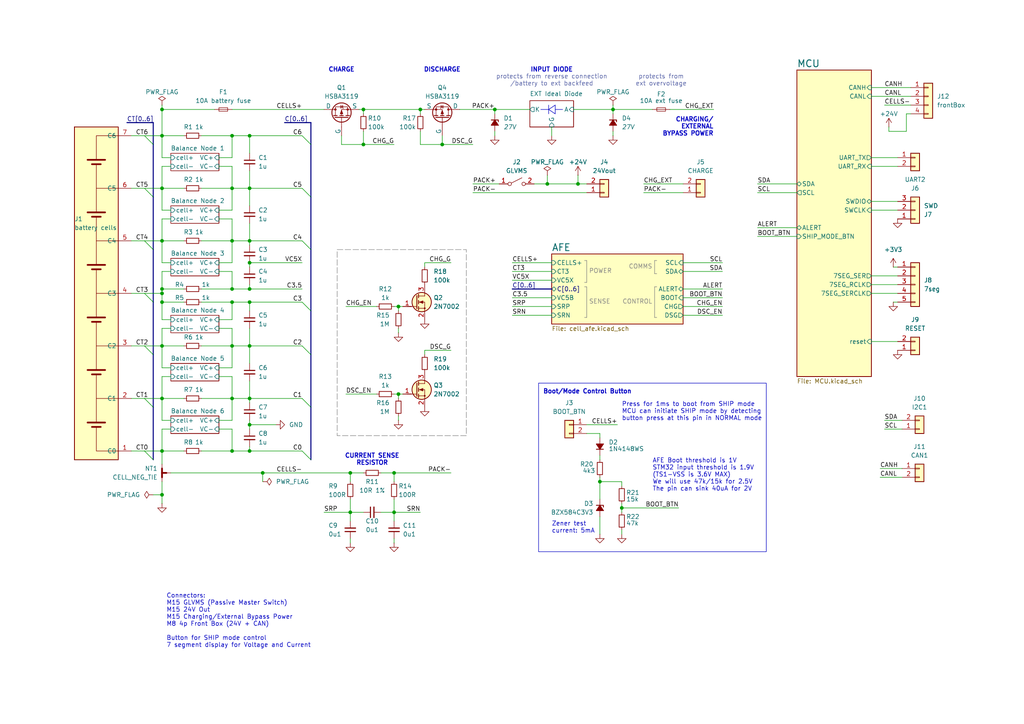
<source format=kicad_sch>
(kicad_sch (version 20231120) (generator "eeschema") (generator_version "8.0")
  (paper "A4")
  (junction (at 46.99 85.09))
  (junction (at 72.39 87.63))
  (junction (at 72.39 54.61))
  (junction (at 180.34 147.32))
  (junction (at 114.3 148.59))
  (junction (at 143.51 31.75))
  (junction (at 67.31 130.81))
  (junction (at 72.39 76.2))
  (junction (at 167.64 53.34))
  (junction (at 76.2 137.16))
  (junction (at 46.99 39.37))
  (junction (at 67.31 100.33))
  (junction (at 173.99 139.7))
  (junction (at 115.57 114.3))
  (junction (at 114.3 137.16))
  (junction (at 72.39 69.85))
  (junction (at 46.99 54.61))
  (junction (at 46.99 83.82))
  (junction (at 46.99 115.57))
  (junction (at 177.8 31.75))
  (junction (at 121.92 31.75))
  (junction (at 67.31 115.57))
  (junction (at 115.57 88.9))
  (junction (at 72.39 100.33))
  (junction (at 72.39 130.81))
  (junction (at 46.99 143.51))
  (junction (at 46.99 130.81))
  (junction (at 67.31 87.63))
  (junction (at 67.31 54.61))
  (junction (at 128.27 41.91))
  (junction (at 67.31 39.37))
  (junction (at 67.31 83.82))
  (junction (at 46.99 69.85))
  (junction (at 72.39 115.57))
  (junction (at 105.41 41.91))
  (junction (at 101.6 137.16))
  (junction (at 46.99 100.33))
  (junction (at 67.31 69.85))
  (junction (at 105.41 31.75))
  (junction (at 158.75 53.34))
  (junction (at 72.39 123.19))
  (junction (at 46.99 31.75))
  (junction (at 101.6 148.59))
  (junction (at 72.39 39.37))
  (junction (at 46.99 87.63))
  (junction (at 72.39 83.82))
  (bus_entry (at 87.63 87.63) (size 2.54 2.54))
  (bus_entry (at 41.91 54.61) (size 2.54 2.54))
  (bus_entry (at 41.91 69.85) (size 2.54 2.54))
  (bus_entry (at 87.63 130.81) (size 2.54 2.54))
  (bus_entry (at 41.91 85.09) (size 2.54 2.54))
  (bus_entry (at 87.63 54.61) (size 2.54 2.54))
  (bus_entry (at 87.63 69.85) (size 2.54 2.54))
  (bus_entry (at 41.91 130.81) (size 2.54 2.54))
  (bus_entry (at 87.63 39.37) (size 2.54 2.54))
  (bus_entry (at 41.91 115.57) (size 2.54 2.54))
  (bus_entry (at 41.91 100.33) (size 2.54 2.54))
  (bus_entry (at 41.91 39.37) (size 2.54 2.54))
  (bus_entry (at 87.63 115.57) (size 2.54 2.54))
  (bus_entry (at 87.63 100.33) (size 2.54 2.54))
  (wire (pts (xy 180.34 140.97) (xy 180.34 139.7)))
  (wire (pts (xy 99.06 39.37) (xy 99.06 41.91)))
  (wire (pts (xy 262.89 33.02) (xy 264.16 33.02)))
  (wire (pts (xy 46.99 31.75) (xy 46.99 39.37)))
  (wire (pts (xy 180.34 153.67) (xy 180.34 154.94)))
  (wire (pts (xy 46.99 115.57) (xy 46.99 121.92)))
  (wire (pts (xy 63.5 60.96) (xy 67.31 60.96)))
  (wire (pts (xy 46.99 143.51) (xy 46.99 146.05)))
  (wire (pts (xy 46.99 76.2) (xy 49.53 76.2)))
  (wire (pts (xy 46.99 31.75) (xy 62.23 31.75)))
  (wire (pts (xy 46.99 39.37) (xy 53.34 39.37)))
  (wire (pts (xy 180.34 146.05) (xy 180.34 147.32)))
  (wire (pts (xy 67.31 31.75) (xy 93.98 31.75)))
  (wire (pts (xy 72.39 49.53) (xy 72.39 54.61)))
  (wire (pts (xy 148.59 76.2) (xy 160.02 76.2)))
  (wire (pts (xy 101.6 144.78) (xy 101.6 148.59)))
  (wire (pts (xy 186.69 55.88) (xy 198.12 55.88)))
  (wire (pts (xy 115.57 90.17) (xy 115.57 88.9)))
  (wire (pts (xy 67.31 109.22) (xy 67.31 115.57)))
  (polyline (pts (xy 161.036 33.02) (xy 159.131 31.75)))
  (wire (pts (xy 257.81 38.1) (xy 262.89 38.1)))
  (wire (pts (xy 72.39 130.81) (xy 67.31 130.81)))
  (wire (pts (xy 148.59 78.74) (xy 160.02 78.74)))
  (bus (pts (xy 44.45 102.87) (xy 44.45 118.11)))
  (wire (pts (xy 76.2 137.16) (xy 101.6 137.16)))
  (wire (pts (xy 252.73 99.06) (xy 260.35 99.06)))
  (wire (pts (xy 72.39 54.61) (xy 72.39 59.69)))
  (wire (pts (xy 38.1 130.81) (xy 41.91 130.81)))
  (wire (pts (xy 46.99 45.72) (xy 49.53 45.72)))
  (wire (pts (xy 72.39 90.17) (xy 72.39 87.63)))
  (wire (pts (xy 177.8 31.75) (xy 177.8 33.02)))
  (wire (pts (xy 46.99 130.81) (xy 46.99 134.62)))
  (wire (pts (xy 123.19 102.87) (xy 123.19 101.6)))
  (wire (pts (xy 46.99 69.85) (xy 53.34 69.85)))
  (wire (pts (xy 41.91 100.33) (xy 46.99 100.33)))
  (wire (pts (xy 194.31 31.75) (xy 207.01 31.75)))
  (wire (pts (xy 38.1 39.37) (xy 41.91 39.37)))
  (wire (pts (xy 41.91 85.09) (xy 46.99 85.09)))
  (wire (pts (xy 105.41 41.91) (xy 99.06 41.91)))
  (wire (pts (xy 46.99 54.61) (xy 46.99 60.96)))
  (wire (pts (xy 158.75 50.8) (xy 158.75 53.34)))
  (wire (pts (xy 46.99 139.7) (xy 46.99 143.51)))
  (wire (pts (xy 72.39 110.49) (xy 72.39 115.57)))
  (bus (pts (xy 148.59 83.82) (xy 160.02 83.82)))
  (wire (pts (xy 105.41 31.75) (xy 105.41 33.02)))
  (wire (pts (xy 167.64 53.34) (xy 170.18 53.34)))
  (wire (pts (xy 121.92 41.91) (xy 128.27 41.91)))
  (polyline (pts (xy 170.18 83.185) (xy 170.18 92.075)) (stroke (width 0) (color 132 132 132 1)))
  (wire (pts (xy 115.57 114.3) (xy 116.84 114.3)))
  (wire (pts (xy 67.31 121.92) (xy 67.31 115.57)))
  (wire (pts (xy 186.69 53.34) (xy 198.12 53.34)))
  (wire (pts (xy 46.99 30.48) (xy 46.99 31.75)))
  (wire (pts (xy 198.12 88.9) (xy 209.55 88.9)))
  (wire (pts (xy 72.39 100.33) (xy 87.63 100.33)))
  (wire (pts (xy 46.99 115.57) (xy 53.34 115.57)))
  (bus (pts (xy 90.17 41.91) (xy 90.17 35.56)))
  (wire (pts (xy 166.37 31.75) (xy 177.8 31.75)))
  (wire (pts (xy 198.12 78.74) (xy 209.55 78.74)))
  (polyline (pts (xy 190.5 92.075) (xy 189.865 92.075)) (stroke (width 0) (color 132 132 132 1)))
  (wire (pts (xy 46.99 63.5) (xy 46.99 69.85)))
  (wire (pts (xy 143.51 38.1) (xy 143.51 39.37)))
  (polyline (pts (xy 190.5 75.565) (xy 189.865 75.565)) (stroke (width 0) (color 132 132 132 1)))
  (wire (pts (xy 46.99 100.33) (xy 53.34 100.33)))
  (wire (pts (xy 72.39 123.19) (xy 72.39 124.46)))
  (wire (pts (xy 252.73 27.94) (xy 264.16 27.94)))
  (wire (pts (xy 110.49 137.16) (xy 114.3 137.16)))
  (wire (pts (xy 46.99 78.74) (xy 46.99 83.82)))
  (wire (pts (xy 252.73 45.72) (xy 260.35 45.72)))
  (wire (pts (xy 180.34 147.32) (xy 180.34 148.59)))
  (wire (pts (xy 72.39 39.37) (xy 87.63 39.37)))
  (wire (pts (xy 63.5 121.92) (xy 67.31 121.92)))
  (wire (pts (xy 72.39 54.61) (xy 67.31 54.61)))
  (wire (pts (xy 219.71 66.04) (xy 231.14 66.04)))
  (polyline (pts (xy 190.5 83.185) (xy 189.865 83.185)) (stroke (width 0) (color 132 132 132 1)))
  (wire (pts (xy 114.3 137.16) (xy 130.81 137.16)))
  (wire (pts (xy 115.57 88.9) (xy 116.84 88.9)))
  (wire (pts (xy 46.99 109.22) (xy 46.99 115.57)))
  (wire (pts (xy 173.99 139.7) (xy 173.99 144.78)))
  (wire (pts (xy 260.35 77.47) (xy 259.08 77.47)))
  (wire (pts (xy 170.18 125.73) (xy 173.99 125.73)))
  (wire (pts (xy 72.39 129.54) (xy 72.39 130.81)))
  (wire (pts (xy 100.33 88.9) (xy 109.22 88.9)))
  (wire (pts (xy 121.92 31.75) (xy 121.92 33.02)))
  (wire (pts (xy 72.39 115.57) (xy 67.31 115.57)))
  (polyline (pts (xy 189.865 83.185) (xy 189.865 92.075)) (stroke (width 0) (color 132 132 132 1)))
  (wire (pts (xy 72.39 39.37) (xy 72.39 44.45)))
  (wire (pts (xy 76.2 139.7) (xy 76.2 137.16)))
  (wire (pts (xy 100.33 114.3) (xy 109.22 114.3)))
  (wire (pts (xy 72.39 71.12) (xy 72.39 69.85)))
  (wire (pts (xy 114.3 148.59) (xy 114.3 151.13)))
  (polyline (pts (xy 189.865 75.565) (xy 189.865 79.375)) (stroke (width 0) (color 132 132 132 1)))
  (wire (pts (xy 115.57 115.57) (xy 115.57 114.3)))
  (polyline (pts (xy 161.036 30.48) (xy 161.036 33.02)))
  (wire (pts (xy 46.99 54.61) (xy 53.34 54.61)))
  (wire (pts (xy 46.99 85.09) (xy 46.99 87.63)))
  (bus (pts (xy 90.17 41.91) (xy 90.17 57.15)))
  (polyline (pts (xy 156.845 31.75) (xy 159.258 31.75)))
  (wire (pts (xy 49.53 63.5) (xy 46.99 63.5)))
  (wire (pts (xy 123.19 101.6) (xy 130.81 101.6)))
  (wire (pts (xy 252.73 48.26) (xy 260.35 48.26)))
  (wire (pts (xy 46.99 83.82) (xy 53.34 83.82)))
  (wire (pts (xy 101.6 137.16) (xy 101.6 139.7)))
  (wire (pts (xy 148.59 86.36) (xy 160.02 86.36)))
  (wire (pts (xy 67.31 124.46) (xy 67.31 130.81)))
  (wire (pts (xy 252.73 25.4) (xy 264.16 25.4)))
  (wire (pts (xy 252.73 58.42) (xy 260.35 58.42)))
  (wire (pts (xy 148.59 81.28) (xy 160.02 81.28)))
  (bus (pts (xy 44.45 57.15) (xy 44.45 72.39)))
  (polyline (pts (xy 169.545 83.185) (xy 170.18 83.185)) (stroke (width 0) (color 132 132 132 1)))
  (wire (pts (xy 177.8 30.48) (xy 177.8 31.75)))
  (wire (pts (xy 256.54 30.48) (xy 264.16 30.48)))
  (wire (pts (xy 198.12 91.44) (xy 209.55 91.44)))
  (wire (pts (xy 219.71 68.58) (xy 231.14 68.58)))
  (wire (pts (xy 46.99 106.68) (xy 49.53 106.68)))
  (wire (pts (xy 72.39 95.25) (xy 72.39 100.33)))
  (wire (pts (xy 105.41 38.1) (xy 105.41 41.91)))
  (wire (pts (xy 128.27 39.37) (xy 128.27 41.91)))
  (wire (pts (xy 260.35 85.09) (xy 252.73 85.09)))
  (wire (pts (xy 143.51 31.75) (xy 143.51 33.02)))
  (wire (pts (xy 63.5 63.5) (xy 67.31 63.5)))
  (wire (pts (xy 148.59 88.9) (xy 160.02 88.9)))
  (wire (pts (xy 67.31 63.5) (xy 67.31 69.85)))
  (wire (pts (xy 114.3 137.16) (xy 114.3 139.7)))
  (wire (pts (xy 46.99 48.26) (xy 46.99 54.61)))
  (wire (pts (xy 198.12 83.82) (xy 209.55 83.82)))
  (wire (pts (xy 177.8 38.1) (xy 177.8 39.37)))
  (wire (pts (xy 72.39 64.77) (xy 72.39 69.85)))
  (wire (pts (xy 160.02 36.83) (xy 160.02 39.37)))
  (wire (pts (xy 180.34 147.32) (xy 196.85 147.32)))
  (wire (pts (xy 137.16 55.88) (xy 170.18 55.88)))
  (wire (pts (xy 123.19 77.47) (xy 123.19 76.2)))
  (wire (pts (xy 49.53 78.74) (xy 46.99 78.74)))
  (wire (pts (xy 49.53 109.22) (xy 46.99 109.22)))
  (wire (pts (xy 114.3 144.78) (xy 114.3 148.59)))
  (wire (pts (xy 114.3 156.21) (xy 114.3 157.48)))
  (wire (pts (xy 38.1 69.85) (xy 41.91 69.85)))
  (wire (pts (xy 63.5 109.22) (xy 67.31 109.22)))
  (wire (pts (xy 72.39 76.2) (xy 87.63 76.2)))
  (wire (pts (xy 173.99 125.73) (xy 173.99 127)))
  (wire (pts (xy 72.39 87.63) (xy 87.63 87.63)))
  (bus (pts (xy 90.17 72.39) (xy 90.17 90.17)))
  (wire (pts (xy 255.27 135.89) (xy 261.62 135.89)))
  (wire (pts (xy 114.3 88.9) (xy 115.57 88.9)))
  (wire (pts (xy 49.53 124.46) (xy 46.99 124.46)))
  (wire (pts (xy 72.39 130.81) (xy 87.63 130.81)))
  (wire (pts (xy 72.39 76.2) (xy 72.39 77.47)))
  (wire (pts (xy 63.5 106.68) (xy 67.31 106.68)))
  (wire (pts (xy 72.39 115.57) (xy 87.63 115.57)))
  (wire (pts (xy 46.99 87.63) (xy 53.34 87.63)))
  (bus (pts (xy 90.17 90.17) (xy 90.17 102.87)))
  (polyline (pts (xy 159.131 30.48) (xy 159.131 33.02)))
  (wire (pts (xy 173.99 154.94) (xy 173.99 149.86)))
  (wire (pts (xy 46.99 92.71) (xy 49.53 92.71)))
  (bus (pts (xy 44.45 87.63) (xy 44.45 102.87)))
  (wire (pts (xy 72.39 100.33) (xy 67.31 100.33)))
  (wire (pts (xy 67.31 100.33) (xy 58.42 100.33)))
  (wire (pts (xy 198.12 76.2) (xy 209.55 76.2)))
  (bus (pts (xy 36.83 35.56) (xy 44.45 35.56)))
  (wire (pts (xy 58.42 83.82) (xy 67.31 83.82)))
  (bus (pts (xy 44.45 118.11) (xy 44.45 133.35)))
  (wire (pts (xy 67.31 92.71) (xy 67.31 87.63)))
  (wire (pts (xy 72.39 87.63) (xy 67.31 87.63)))
  (wire (pts (xy 46.99 121.92) (xy 49.53 121.92)))
  (polyline (pts (xy 159.131 31.75) (xy 161.036 30.48)))
  (bus (pts (xy 90.17 118.11) (xy 90.17 133.35)))
  (wire (pts (xy 170.18 123.19) (xy 179.07 123.19)))
  (wire (pts (xy 121.92 31.75) (xy 123.19 31.75)))
  (wire (pts (xy 67.31 69.85) (xy 58.42 69.85)))
  (wire (pts (xy 49.53 48.26) (xy 46.99 48.26)))
  (wire (pts (xy 46.99 95.25) (xy 46.99 100.33)))
  (wire (pts (xy 63.5 124.46) (xy 67.31 124.46)))
  (polyline (pts (xy 169.545 75.565) (xy 170.18 75.565)) (stroke (width 0) (color 132 132 132 1)))
  (wire (pts (xy 67.31 130.81) (xy 58.42 130.81)))
  (wire (pts (xy 63.5 92.71) (xy 67.31 92.71)))
  (wire (pts (xy 93.98 148.59) (xy 101.6 148.59)))
  (wire (pts (xy 173.99 133.35) (xy 173.99 132.08)))
  (bus (pts (xy 82.55 35.56) (xy 90.17 35.56)))
  (wire (pts (xy 262.89 38.1) (xy 262.89 33.02)))
  (wire (pts (xy 46.99 39.37) (xy 46.99 45.72)))
  (wire (pts (xy 72.39 54.61) (xy 87.63 54.61)))
  (wire (pts (xy 198.12 86.36) (xy 209.55 86.36)))
  (wire (pts (xy 38.1 115.57) (xy 41.91 115.57)))
  (wire (pts (xy 41.91 115.57) (xy 46.99 115.57)))
  (wire (pts (xy 219.71 55.88) (xy 231.14 55.88)))
  (wire (pts (xy 219.71 53.34) (xy 231.14 53.34)))
  (polyline (pts (xy 169.545 92.075) (xy 170.18 92.075)) (stroke (width 0) (color 132 132 132 1)))
  (wire (pts (xy 72.39 123.19) (xy 80.01 123.19)))
  (wire (pts (xy 67.31 45.72) (xy 67.31 39.37)))
  (wire (pts (xy 63.5 78.74) (xy 67.31 78.74)))
  (wire (pts (xy 72.39 121.92) (xy 72.39 123.19)))
  (wire (pts (xy 67.31 60.96) (xy 67.31 54.61)))
  (wire (pts (xy 105.41 41.91) (xy 114.3 41.91)))
  (wire (pts (xy 46.99 124.46) (xy 46.99 130.81)))
  (wire (pts (xy 72.39 100.33) (xy 72.39 105.41)))
  (polyline (pts (xy 169.545 81.915) (xy 170.18 81.915)) (stroke (width 0) (color 132 132 132 1)))
  (wire (pts (xy 148.59 91.44) (xy 160.02 91.44)))
  (wire (pts (xy 137.16 53.34) (xy 144.78 53.34)))
  (wire (pts (xy 46.99 100.33) (xy 46.99 106.68)))
  (wire (pts (xy 38.1 85.09) (xy 41.91 85.09)))
  (wire (pts (xy 38.1 100.33) (xy 41.91 100.33)))
  (wire (pts (xy 72.39 82.55) (xy 72.39 83.82)))
  (wire (pts (xy 49.53 137.16) (xy 76.2 137.16)))
  (wire (pts (xy 101.6 148.59) (xy 105.41 148.59)))
  (wire (pts (xy 67.31 76.2) (xy 67.31 69.85)))
  (wire (pts (xy 121.92 38.1) (xy 121.92 41.91)))
  (wire (pts (xy 46.99 69.85) (xy 46.99 76.2)))
  (wire (pts (xy 49.53 95.25) (xy 46.99 95.25)))
  (wire (pts (xy 63.5 95.25) (xy 67.31 95.25)))
  (wire (pts (xy 63.5 48.26) (xy 67.31 48.26)))
  (wire (pts (xy 46.99 83.82) (xy 46.99 85.09)))
  (wire (pts (xy 115.57 96.52) (xy 115.57 95.25)))
  (bus (pts (xy 90.17 57.15) (xy 90.17 72.39)))
  (wire (pts (xy 114.3 148.59) (xy 121.92 148.59)))
  (wire (pts (xy 67.31 78.74) (xy 67.31 83.82)))
  (polyline (pts (xy 170.18 75.565) (xy 170.18 81.915)) (stroke (width 0) (color 132 132 132 1)))
  (wire (pts (xy 115.57 121.92) (xy 115.57 120.65)))
  (wire (pts (xy 261.62 121.92) (xy 256.54 121.92)))
  (wire (pts (xy 67.31 48.26) (xy 67.31 54.61)))
  (wire (pts (xy 41.91 69.85) (xy 46.99 69.85)))
  (wire (pts (xy 260.35 80.01) (xy 252.73 80.01)))
  (wire (pts (xy 173.99 138.43) (xy 173.99 139.7)))
  (wire (pts (xy 252.73 60.96) (xy 260.35 60.96)))
  (wire (pts (xy 46.99 130.81) (xy 53.34 130.81)))
  (wire (pts (xy 72.39 69.85) (xy 87.63 69.85)))
  (wire (pts (xy 143.51 31.75) (xy 153.67 31.75)))
  (bus (pts (xy 90.17 102.87) (xy 90.17 118.11)))
  (wire (pts (xy 154.94 53.34) (xy 158.75 53.34)))
  (wire (pts (xy 114.3 114.3) (xy 115.57 114.3)))
  (wire (pts (xy 260.35 87.63) (xy 259.08 87.63)))
  (wire (pts (xy 67.31 106.68) (xy 67.31 100.33)))
  (wire (pts (xy 101.6 156.21) (xy 101.6 157.48)))
  (bus (pts (xy 44.45 35.56) (xy 44.45 41.91)))
  (wire (pts (xy 72.39 69.85) (xy 67.31 69.85)))
  (wire (pts (xy 67.31 87.63) (xy 58.42 87.63)))
  (wire (pts (xy 177.8 31.75) (xy 189.23 31.75)))
  (wire (pts (xy 255.27 138.43) (xy 261.62 138.43)))
  (bus (pts (xy 44.45 41.91) (xy 44.45 57.15)))
  (wire (pts (xy 257.81 38.1) (xy 257.81 36.83)))
  (wire (pts (xy 63.5 45.72) (xy 67.31 45.72)))
  (wire (pts (xy 101.6 137.16) (xy 105.41 137.16)))
  (wire (pts (xy 41.91 39.37) (xy 46.99 39.37)))
  (wire (pts (xy 41.91 54.61) (xy 46.99 54.61)))
  (polyline (pts (xy 190.5 79.375) (xy 189.865 79.375)) (stroke (width 0) (color 132 132 132 1)))
  (wire (pts (xy 63.5 76.2) (xy 67.31 76.2)))
  (wire (pts (xy 158.75 53.34) (xy 167.64 53.34)))
  (wire (pts (xy 67.31 115.57) (xy 58.42 115.57)))
  (wire (pts (xy 67.31 54.61) (xy 58.42 54.61)))
  (wire (pts (xy 72.39 83.82) (xy 87.63 83.82)))
  (wire (pts (xy 133.35 31.75) (xy 143.51 31.75)))
  (wire (pts (xy 104.14 31.75) (xy 105.41 31.75)))
  (wire (pts (xy 72.39 115.57) (xy 72.39 116.84)))
  (wire (pts (xy 58.42 39.37) (xy 67.31 39.37)))
  (wire (pts (xy 38.1 54.61) (xy 41.91 54.61)))
  (wire (pts (xy 180.34 139.7) (xy 173.99 139.7)))
  (wire (pts (xy 44.45 143.51) (xy 46.99 143.51)))
  (wire (pts (xy 123.19 76.2) (xy 130.81 76.2)))
  (wire (pts (xy 105.41 31.75) (xy 121.92 31.75)))
  (wire (pts (xy 67.31 39.37) (xy 72.39 39.37)))
  (wire (pts (xy 46.99 60.96) (xy 49.53 60.96)))
  (polyline (pts (xy 161.036 31.75) (xy 163.195 31.75)))
  (bus (pts (xy 44.45 72.39) (xy 44.45 87.63)))
  (wire (pts (xy 114.3 148.59) (xy 110.49 148.59)))
  (wire (pts (xy 46.99 87.63) (xy 46.99 92.71)))
  (wire (pts (xy 167.64 50.8) (xy 167.64 53.34)))
  (wire (pts (xy 41.91 130.81) (xy 46.99 130.81)))
  (wire (pts (xy 261.62 124.46) (xy 256.54 124.46)))
  (wire (pts (xy 101.6 148.59) (xy 101.6 151.13)))
  (wire (pts (xy 67.31 95.25) (xy 67.31 100.33)))
  (wire (pts (xy 260.35 82.55) (xy 252.73 82.55)))
  (wire (pts (xy 137.16 41.91) (xy 128.27 41.91)))
  (wire (pts (xy 67.31 83.82) (xy 72.39 83.82)))
  (rectangle (start 97.79 72.39) (end 135.255 126.365) (stroke (width 0) (type dash) (color 132 132 132 1)))
  (rectangle (start 156.21 111.125) (end 222.25 160.02))
  (text "CHARGE" (at 99.06 20.32 0) (effects (font (size 1.27 1.27) (thickness 0.254) (bold yes))))
  (text "DISCHARGE" (at 128.27 20.32 0) (effects (font (size 1.27 1.27) (thickness 0.254) (bold yes))))
  (text "COMMS" (at 189.23 77.47 0) (effects (font (size 1.27 1.27)) (justify right)))
  (text "POWER" (at 170.815 78.74 0) (effects (font (size 1.27 1.27)) (justify left)))
  (text "protects from\next overvoltage" (at 191.77 21.59 0) (effects (font (size 1.27 1.27)) (justify top)))
  (text "protects from reverse connection\n/battery to ext backfeed" (at 160.02 21.59 0) (effects (font (size 1.27 1.27)) (justify top)))
  (text "INPUT DIODE" (at 160.02 20.32 0) (effects (font (size 1.27 1.27) (thickness 0.254) (bold yes))))
  (text "Zener test\ncurrent: 5mA" (at 160.02 153.035 0) (effects (font (size 1.27 1.27)) (justify left)))
  (text "Boot/Mode Control Button" (at 157.48 113.665 0) (effects (font (size 1.27 1.27) (thickness 0.254) (bold yes)) (justify left)))
  (text "CHARGING/\nEXTERNAL\nBYPASS POWER" (at 207.01 36.83 0) (effects (font (size 1.27 1.27) (thickness 0.254) (bold yes)) (justify right)))
  (text "AFE Boot threshold is 1V\nSTM32 input threshold is 1.9V\n(TS1-VSS is 3.6V MAX)\nWe will use 47k/15k for 2.5V\nThe pin can sink 40uA for 2V" (at 189.23 137.795 0) (effects (font (size 1.27 1.27)) (justify left)))
  (text "CONTROL" (at 189.23 87.63 0) (effects (font (size 1.27 1.27)) (justify right)))
  (text "CURRENT SENSE\nRESISTOR" (at 107.95 133.35 0) (effects (font (size 1.27 1.27) (thickness 0.254) (bold yes))))
  (text "Press for 1ms to boot from SHIP mode\nMCU can initiate SHIP mode by detecting\nbutton press at this pin in NORMAL mode" (at 180.34 119.38 0) (effects (font (size 1.27 1.27)) (justify left)))
  (text "Connectors:\nM15 GLVMS (Passive Master Switch)\nM15 24V Out\nM15 Charging/External Bypass Power\nM8 4p Front Box (24V + CAN)\n\nButton for SHIP mode control\n7 segment display for Voltage and Current" (at 48.26 187.96 0) (effects (font (size 1.27 1.27)) (justify left bottom)))
  (text "SENSE" (at 170.815 87.63 0) (effects (font (size 1.27 1.27)) (justify left)))
  (label "SRP" (at 93.98 148.59 0))
  (label "BOOT_BTN" (at 209.55 86.36 180))
  (label "CHG_EXT" (at 207.01 31.75 180))
  (label "PACK+" (at 137.16 53.34 0))
  (label "CT1" (at 39.37 115.57 0))
  (label "SDA" (at 209.55 78.74 180))
  (label "CT[0..6]" (at 36.83 35.56 0))
  (label "ALERT" (at 219.71 66.04 0))
  (label "DSC_G" (at 130.81 101.6 180))
  (label "SCL" (at 209.55 76.2 180))
  (label "SCL" (at 219.71 55.88 0))
  (label "C[0..6]" (at 82.55 35.56 0))
  (label "CANL" (at 256.54 27.94 0))
  (label "CANL" (at 255.27 138.43 0))
  (label "CELLS+" (at 148.59 76.2 0))
  (label "SDA" (at 219.71 53.34 0))
  (label "SDA" (at 256.54 121.92 0))
  (label "PACK-" (at 130.81 137.16 180))
  (label "C4" (at 87.63 69.85 180))
  (label "BOOT_BTN" (at 219.71 68.58 0))
  (label "DSC_G" (at 137.16 41.91 180))
  (label "DSC_EN" (at 100.33 114.3 0))
  (label "CT3" (at 148.59 78.74 0))
  (label "SRN" (at 121.92 148.59 180))
  (label "VC5X" (at 87.63 76.2 180))
  (label "C3.5" (at 87.63 83.82 180))
  (label "C3" (at 87.63 87.63 180))
  (label "VC5X" (at 148.59 81.28 0))
  (label "CANH" (at 255.27 135.89 0))
  (label "CHG_EN" (at 100.33 88.9 0))
  (label "C[0..6]" (at 148.59 83.82 0))
  (label "CT3" (at 39.37 85.09 0))
  (label "CANH" (at 256.54 25.4 0))
  (label "CT0" (at 39.37 130.81 0))
  (label "SRP" (at 148.59 88.9 0))
  (label "SRN" (at 148.59 91.44 0))
  (label "CELLS-" (at 87.63 137.16 180))
  (label "SCL" (at 256.54 124.46 0))
  (label "PACK-" (at 137.16 55.88 0))
  (label "C1" (at 87.63 115.57 180))
  (label "CT6" (at 39.37 39.37 0))
  (label "CHG_G" (at 130.81 76.2 180))
  (label "CHG_EXT" (at 186.69 53.34 0))
  (label "BOOT_BTN" (at 196.85 147.32 180))
  (label "CT5" (at 39.37 54.61 0))
  (label "CHG_G" (at 114.3 41.91 180))
  (label "CELLS+" (at 87.63 31.75 180))
  (label "CT4" (at 39.37 69.85 0))
  (label "CELLS-" (at 256.54 30.48 0))
  (label "C3.5" (at 148.59 86.36 0))
  (label "C2" (at 87.63 100.33 180))
  (label "DSC_EN" (at 209.55 91.44 180))
  (label "CELLS+" (at 179.07 123.19 180))
  (label "CT2" (at 39.37 100.33 0))
  (label "C6" (at 87.63 39.37 180))
  (label "C0" (at 87.63 130.81 180))
  (label "PACK-" (at 186.69 55.88 0))
  (label "C5" (at 87.63 54.61 180))
  (label "CHG_EN" (at 209.55 88.9 180))
  (label "ALERT" (at 209.55 83.82 180))
  (label "PACK+" (at 143.51 31.75 180))
  (symbol (lib_id "Connector_Generic:Conn_01x02") (at 175.26 55.88 0) (mirror x) (unit 1)
    (property "Reference" "J4" (at 175.26 46.99 0))
    (property "Value" "24Vout" (at 175.26 49.53 0))
    (property "Footprint" "Connector_AMASS:AMASS_XT60PW-F_1x02_P7.20mm_Horizontal" (effects (hide yes)))
    (property "Description" "Generic connector, single row, 01x02, script generated (kicad-library-utils/schlib/autogen/connector/)" (effects (hide yes)))
  )
  (symbol (lib_id "Device:R_Small") (at 107.95 137.16 90) (unit 1)
    (property "Reference" "R11" (at 107.95 139.7 90))
    (property "Value" "10R 1%" (at 107.95 142.24 90))
    (property "Footprint" "Resistor_SMD:R_0805_2012Metric" (effects (hide yes)))
    (property "Description" "Resistor, small symbol" (effects (hide yes)))
  )
  (symbol (lib_id "power:GND") (at 143.51 39.37 0) (mirror y) (unit 1)
    (property "Reference" "#PWR09" (effects (hide yes)))
    (property "Value" "GND" (effects (hide yes)))
    (property "Description" "Power symbol creates a global label with name \"GND\" , ground" (effects (hide yes)))
  )
  (symbol (lib_id "power:GND") (at 260.35 101.6 0) (unit 1)
    (property "Reference" "#PWR019" (effects (hide yes)))
    (property "Value" "GND" (effects (hide yes)))
    (property "Description" "Power symbol creates a global label with name \"GND\" , ground" (effects (hide yes)))
  )
  (symbol (lib_id "Device:NetTie_3_Tee") (at 46.99 137.16 90) (unit 1) (in_bom no)
    (property "Reference" "NT1" (at 45.72 135.8899 90) (effects (justify left)))
    (property "Value" "CELL_NEG_TIE" (at 45.72 138.4299 90) (effects (justify left)))
    (property "Description" "Net tie, 3 pins, tee" (effects (hide yes)))
  )
  (symbol (lib_id "Connector_Generic:Conn_01x04") (at 269.24 27.94 0) (unit 1)
    (property "Reference" "J12" (at 271.78 27.94 0) (effects (justify left)))
    (property "Value" "frontBox" (at 271.78 30.48 0) (effects (justify left)))
    (property "Footprint" "Connector_JST:JST_XH_S4B-XH-A_1x04_P2.50mm_Horizontal" (effects (hide yes)))
    (property "Description" "Generic connector, single row, 01x04, script generated (kicad-library-utils/schlib/autogen/connector/)" (effects (hide yes)))
  )
  (symbol (lib_id "Device:R_Small") (at 55.88 69.85 90) (unit 1)
    (property "Reference" "R3" (at 54.61 67.31 90))
    (property "Value" "1k" (at 57.785 67.31 90))
    (property "Description" "Resistor, small symbol" (effects (hide yes)))
  )
  (symbol (lib_id "power:GND") (at 80.01 123.19 90) (unit 1)
    (property "Reference" "#PWR02" (effects (hide yes)))
    (property "Value" "GND" (at 83.82 123.1899 90) (effects (justify right)))
    (property "Description" "Power symbol creates a global label with name \"GND\" , ground" (effects (hide yes)))
  )
  (symbol (lib_id "power:PWR_FLAG") (at 44.45 143.51 90) (unit 1)
    (property "Reference" "#FLG01" (effects (hide yes)))
    (property "Value" "PWR_FLAG" (at 40.64 143.5099 90) (effects (justify left)))
    (property "Description" "Special symbol for telling ERC where power comes from" (effects (hide yes)))
  )
  (symbol (lib_id "nturt_kicad_lib_EP6:HSBA3119_PMOS_GSDnumber") (at 128.27 34.29 270) (mirror x) (unit 1)
    (property "Reference" "Q4" (at 128.27 25.4 90))
    (property "Value" "HSBA3119" (at 128.27 27.94 90))
    (property "Footprint" "nturt_kicad_lib_EP6:HSBA3119_PRPAK5X6" (effects (hide yes)))
    (property "Datasheet" "https://ngspice.sourceforge.io/docs/ngspice-html-manual/manual.xhtml#cha_MOSFETs" (effects (hide yes)))
    (property "Description" "P-MOSFET transistor, drain/source/gate" (effects (hide yes)))
    (property "Sim.Device" "PMOS" (effects (hide yes)))
    (property "Sim.Type" "VDMOS" (effects (hide yes)))
    (property "Sim.Pins" "1=D 2=G 3=S" (effects (hide yes)))
  )
  (symbol (lib_id "Device:R_Small") (at 55.88 130.81 90) (unit 1)
    (property "Reference" "R8" (at 54.61 128.27 90))
    (property "Value" "1k" (at 57.785 128.27 90))
    (property "Description" "Resistor, small symbol" (effects (hide yes)))
  )
  (symbol (lib_id "power:GND") (at 177.8 39.37 0) (mirror y) (unit 1)
    (property "Reference" "#PWR013" (effects (hide yes)))
    (property "Value" "GND" (effects (hide yes)))
    (property "Description" "Power symbol creates a global label with name \"GND\" , ground" (effects (hide yes)))
  )
  (symbol (lib_id "Device:R_Small") (at 55.88 115.57 90) (unit 1)
    (property "Reference" "R7" (at 54.61 113.03 90))
    (property "Value" "1k" (at 57.785 113.03 90))
    (property "Description" "Resistor, small symbol" (effects (hide yes)))
  )
  (symbol (lib_id "Device:C_Small") (at 72.39 92.71 0) (unit 1)
    (property "Reference" "C5" (at 74.93 91.44 0) (effects (justify left)))
    (property "Value" "1u" (at 74.93 93.98 0) (effects (justify left)))
    (property "Footprint" "Capacitor_SMD:C_0402_1005Metric" (effects (hide yes)))
    (property "Description" "Unpolarized capacitor, small symbol" (effects (hide yes)))
  )
  (symbol (lib_id "power:PWR_FLAG") (at 177.8 30.48 0) (unit 1)
    (property "Reference" "#FLG05" (effects (hide yes)))
    (property "Value" "PWR_FLAG" (at 177.8 26.67 0))
    (property "Description" "Special symbol for telling ERC where power comes from" (effects (hide yes)))
  )
  (symbol (lib_id "Device:C_Small") (at 72.39 62.23 0) (unit 1)
    (property "Reference" "C2" (at 74.93 60.96 0) (effects (justify left)))
    (property "Value" "1u" (at 74.93 63.5 0) (effects (justify left)))
    (property "Footprint" "Capacitor_SMD:C_0402_1005Metric" (effects (hide yes)))
    (property "Description" "Unpolarized capacitor, small symbol" (effects (hide yes)))
  )
  (symbol (lib_id "Device:R_Small") (at 105.41 35.56 0) (unit 1)
    (property "Reference" "R10" (at 106.68 34.29 0) (effects (justify left)))
    (property "Value" "100k" (at 106.68 36.83 0) (effects (justify left)))
    (property "Footprint" "Resistor_SMD:R_0402_1005Metric" (effects (hide yes)))
    (property "Description" "Resistor, small symbol" (effects (hide yes)))
  )
  (symbol (lib_id "Device:R_Small") (at 173.99 135.89 0) (unit 1)
    (property "Reference" "R20" (at 170.18 134.62 0))
    (property "Value" "4k3" (at 170.815 136.525 0))
    (property "Footprint" "Resistor_SMD:R_0402_1005Metric" (effects (hide yes)))
    (property "Description" "Resistor, small symbol" (effects (hide yes)))
  )
  (symbol (lib_id "Device:C_Small") (at 72.39 127 0) (unit 1)
    (property "Reference" "C8" (at 74.93 125.73 0) (effects (justify left)))
    (property "Value" "1u" (at 74.93 128.27 0) (effects (justify left)))
    (property "Footprint" "Capacitor_SMD:C_0402_1005Metric" (effects (hide yes)))
    (property "Description" "Unpolarized capacitor, small symbol" (effects (hide yes)))
  )
  (symbol (lib_id "Device:R_Small") (at 123.19 80.01 0) (unit 1)
    (property "Reference" "R18" (at 125.73 78.74 0) (effects (justify left)))
    (property "Value" "100k" (at 125.73 81.28 0) (effects (justify left)))
    (property "Footprint" "Resistor_SMD:R_0402_1005Metric" (effects (hide yes)))
    (property "Description" "Resistor, small symbol" (effects (hide yes)))
  )
  (symbol (lib_id "power:PWR_FLAG") (at 158.75 50.8 0) (unit 1)
    (property "Reference" "#FLG04" (effects (hide yes)))
    (property "Value" "PWR_FLAG" (at 158.75 46.99 0))
    (property "Description" "Special symbol for telling ERC where power comes from" (effects (hide yes)))
  )
  (symbol (lib_id "Connector_Generic:Conn_01x02") (at 266.7 135.89 0) (unit 1)
    (property "Reference" "J11" (at 266.7 129.54 0))
    (property "Value" "CAN1" (at 266.7 132.08 0))
    (property "Footprint" "Connector_JST:JST_XH_B2B-XH-A_1x02_P2.50mm_Vertical" (effects (hide yes)))
    (property "Description" "Generic connector, single row, 01x02, script generated (kicad-library-utils/schlib/autogen/connector/)" (effects (hide yes)))
  )
  (symbol (lib_id "power:GND") (at 123.19 92.71 0) (mirror y) (unit 1)
    (property "Reference" "#PWR07" (effects (hide yes)))
    (property "Value" "GND" (effects (hide yes)))
    (property "Description" "Power symbol creates a global label with name \"GND\" , ground" (effects (hide yes)))
  )
  (symbol (lib_id "Device:Fuse_Small") (at 64.77 31.75 0) (unit 1)
    (property "Reference" "F1" (at 64.77 26.67 0))
    (property "Value" "10A battery fuse" (at 64.77 29.21 0))
    (property "Footprint" "Fuse:Fuseholder_Cylinder-5x20mm_Schurter_0031_8201_Horizontal_Open" (effects (hide yes)))
    (property "Description" "Fuse, small symbol" (effects (hide yes)))
  )
  (symbol (lib_id "Connector_Generic:Conn_01x02") (at 265.43 45.72 0) (unit 1)
    (property "Reference" "J6" (at 265.43 54.61 0))
    (property "Value" "UART2" (at 265.43 52.07 0))
    (property "Footprint" "Connector_JST:JST_XH_S2B-XH-A_1x02_P2.50mm_Horizontal" (effects (hide yes)))
    (property "Description" "Generic connector, single row, 01x02, script generated (kicad-library-utils/schlib/autogen/connector/)" (effects (hide yes)))
  )
  (symbol (lib_id "Device:R_Small") (at 180.34 143.51 0) (mirror x) (unit 1)
    (property "Reference" "R21" (at 181.61 142.875 0) (effects (justify left)))
    (property "Value" "15k" (at 181.61 144.78 0) (effects (justify left)))
    (property "Footprint" "Resistor_SMD:R_0402_1005Metric" (effects (hide yes)))
    (property "Description" "Resistor, small symbol" (effects (hide yes)))
  )
  (symbol (lib_id "nturt_kicad_lib_EP6:6S_Battery") (at 27.94 107.95 0) (mirror y) (unit 1)
    (property "Reference" "J1" (at 21.59 63.5 0) (effects (justify right)))
    (property "Value" "battery cells" (at 21.59 66.04 0) (effects (justify right)))
    (property "Footprint" "Connector_JST:JST_XH_S7B-XH-A_1x07_P2.50mm_Horizontal" (effects (hide yes)))
    (property "Description" "Generic connector, single row, 01x07, script generated (kicad-library-utils/schlib/autogen/connector/)" (effects (hide yes)))
  )
  (symbol (lib_id "Device:R_Small") (at 123.19 105.41 0) (unit 1)
    (property "Reference" "R19" (at 125.73 104.14 0) (effects (justify left)))
    (property "Value" "100k" (at 125.73 106.68 0) (effects (justify left)))
    (property "Footprint" "Resistor_SMD:R_0402_1005Metric" (effects (hide yes)))
    (property "Description" "Resistor, small symbol" (effects (hide yes)))
  )
  (symbol (lib_id "Device:C_Small") (at 101.6 153.67 180) (unit 1)
    (property "Reference" "C9" (at 95.25 152.4 0) (effects (justify right)))
    (property "Value" "0u1" (at 95.25 154.94 0) (effects (justify right)))
    (property "Footprint" "Capacitor_SMD:C_0402_1005Metric" (effects (hide yes)))
    (property "Description" "Unpolarized capacitor, small symbol" (effects (hide yes)))
  )
  (symbol (lib_id "power:GND") (at 180.34 154.94 0) (mirror y) (unit 1)
    (property "Reference" "#PWR014" (effects (hide yes)))
    (property "Value" "GND" (effects (hide yes)))
    (property "Description" "Power symbol creates a global label with name \"GND\" , ground" (effects (hide yes)))
  )
  (symbol (lib_id "PCM_Transistor_MOSFET_AKL:2N7002") (at 120.65 87.63 0) (unit 1)
    (property "Reference" "Q2" (at 125.73 86.36 0) (effects (justify left)))
    (property "Value" "2N7002" (at 125.73 88.9 0) (effects (justify left)))
    (property "Footprint" "PCM_Package_TO_SOT_SMD_AKL:SOT-23" (effects (hide yes)))
    (property "Datasheet" "https://www.tme.eu/Document/7df5cae36abdfcedddb681f5be886f05/2N7000.pdf" (effects (hide yes)))
    (property "Description" "SOT-23 N-MOSFET enchancement mode transistor, 60V, 115mA, 200mW, Alternate KiCAD Library" (effects (hide yes)))
  )
  (symbol (lib_id "power:+24V") (at 167.64 50.8 0) (unit 1)
    (property "Reference" "#PWR011" (effects (hide yes)))
    (property "Value" "+24V" (at 167.64 46.99 0))
    (property "Description" "Power symbol creates a global label with name \"+24V\"" (effects (hide yes)))
  )
  (symbol (lib_id "Connector_Generic:Conn_01x02") (at 203.2 55.88 0) (mirror x) (unit 1)
    (property "Reference" "J5" (at 203.2 46.99 0))
    (property "Value" "CHARGE" (at 203.2 49.53 0))
    (property "Footprint" "Connector_AMASS:AMASS_XT60PW-M_1x02_P7.20mm_Horizontal" (effects (hide yes)))
    (property "Description" "Generic connector, single row, 01x02, script generated (kicad-library-utils/schlib/autogen/connector/)" (effects (hide yes)))
  )
  (symbol (lib_id "power:GND") (at 101.6 157.48 0) (mirror y) (unit 1)
    (property "Reference" "#PWR03" (effects (hide yes)))
    (property "Value" "GND" (effects (hide yes)))
    (property "Description" "Power symbol creates a global label with name \"GND\" , ground" (effects (hide yes)))
  )
  (symbol (lib_id "Connector_Generic:Conn_01x02") (at 265.43 101.6 0) (mirror x) (unit 1)
    (property "Reference" "J9" (at 265.43 92.71 0))
    (property "Value" "RESET" (at 265.43 95.25 0))
    (property "Footprint" "Connector_JST:JST_XH_S2B-XH-A_1x02_P2.50mm_Horizontal" (effects (hide yes)))
    (property "Description" "Generic connector, single row, 01x02, script generated (kicad-library-utils/schlib/autogen/connector/)" (effects (hide yes)))
  )
  (symbol (lib_id "Device:R_Small") (at 111.76 114.3 90) (unit 1)
    (property "Reference" "R13" (at 111.76 109.22 90))
    (property "Value" "1k" (at 111.76 111.76 90))
    (property "Footprint" "Resistor_SMD:R_0402_1005Metric" (effects (hide yes)))
    (property "Description" "Resistor, small symbol" (effects (hide yes)))
  )
  (symbol (lib_id "Device:R_Small") (at 55.88 100.33 90) (unit 1)
    (property "Reference" "R6" (at 54.61 97.79 90))
    (property "Value" "1k" (at 57.785 97.79 90))
    (property "Description" "Resistor, small symbol" (effects (hide yes)))
  )
  (symbol (lib_id "power:+24V") (at 257.81 36.83 0) (unit 1)
    (property "Reference" "#PWR015" (effects (hide yes)))
    (property "Value" "+24V" (at 257.81 33.02 0))
    (property "Description" "Power symbol creates a global label with name \"+24V\"" (effects (hide yes)))
  )
  (symbol (lib_id "power:+3V3") (at 259.08 77.47 0) (unit 1)
    (property "Reference" "#PWR016" (effects (hide yes)))
    (property "Value" "+3V3" (at 259.08 72.39 0))
    (property "Description" "Power symbol creates a global label with name \"+3V3\"" (effects (hide yes)))
  )
  (symbol (lib_id "Connector_Generic:Conn_01x02") (at 165.1 123.19 0) (mirror y) (unit 1)
    (property "Reference" "J3" (at 165.1 116.84 0))
    (property "Value" "BOOT_BTN" (at 165.1 119.38 0))
    (property "Footprint" "Connector_JST:JST_XH_S2B-XH-A_1x02_P2.50mm_Horizontal" (effects (hide yes)))
    (property "Description" "Generic connector, single row, 01x02, script generated (kicad-library-utils/schlib/autogen/connector/)" (effects (hide yes)))
  )
  (symbol (lib_id "power:PWR_FLAG") (at 76.2 139.7 270) (unit 1)
    (property "Reference" "#FLG03" (effects (hide yes)))
    (property "Value" "PWR_FLAG" (at 80.01 139.6999 90) (effects (justify left)))
    (property "Description" "Special symbol for telling ERC where power comes from" (effects (hide yes)))
  )
  (symbol (lib_id "Device:R_Small") (at 101.6 142.24 0) (unit 1)
    (property "Reference" "R9" (at 95.25 140.97 0) (effects (justify left)))
    (property "Value" "100R" (at 95.25 143.51 0) (effects (justify left)))
    (property "Footprint" "Resistor_SMD:R_0402_1005Metric" (effects (hide yes)))
    (property "Description" "Resistor, small symbol" (effects (hide yes)))
  )
  (symbol (lib_id "Connector_Generic:Conn_01x05") (at 265.43 82.55 0) (unit 1)
    (property "Reference" "J8" (at 267.97 81.28 0) (effects (justify left)))
    (property "Value" "7seg" (at 267.97 83.82 0) (effects (justify left)))
    (property "Footprint" "Connector_JST:JST_XH_S5B-XH-A_1x05_P2.50mm_Horizontal" (effects (hide yes)))
    (property "Description" "Generic connector, single row, 01x05, script generated (kicad-library-utils/schlib/autogen/connector/)" (effects (hide yes)))
  )
  (symbol (lib_id "Device:C_Small") (at 72.39 73.66 0) (unit 1)
    (property "Reference" "C3" (at 74.93 72.39 0) (effects (justify left)))
    (property "Value" "1u" (at 74.93 74.93 0) (effects (justify left)))
    (property "Footprint" "Capacitor_SMD:C_0402_1005Metric" (effects (hide yes)))
    (property "Description" "Unpolarized capacitor, small symbol" (effects (hide yes)))
  )
  (symbol (lib_id "Device:R_Small") (at 121.92 35.56 0) (mirror y) (unit 1)
    (property "Reference" "R17" (at 120.65 34.29 0) (effects (justify left)))
    (property "Value" "100k" (at 120.65 36.83 0) (effects (justify left)))
    (property "Footprint" "Resistor_SMD:R_0402_1005Metric" (effects (hide yes)))
    (property "Description" "Resistor, small symbol" (effects (hide yes)))
  )
  (symbol (lib_id "Connector_Generic:Conn_01x02") (at 266.7 124.46 0) (mirror x) (unit 1)
    (property "Reference" "J10" (at 266.7 115.57 0))
    (property "Value" "I2C1" (at 266.7 118.11 0))
    (property "Footprint" "Connector_JST:JST_XH_S2B-XH-A_1x02_P2.50mm_Horizontal" (effects (hide yes)))
    (property "Description" "Generic connector, single row, 01x02, script generated (kicad-library-utils/schlib/autogen/connector/)" (effects (hide yes)))
  )
  (symbol (lib_id "Device:C_Small") (at 114.3 153.67 180) (unit 1)
    (property "Reference" "C11" (at 116.84 152.4 0) (effects (justify right)))
    (property "Value" "0u1" (at 116.84 154.94 0) (effects (justify right)))
    (property "Footprint" "Capacitor_SMD:C_0402_1005Metric" (effects (hide yes)))
    (property "Description" "Unpolarized capacitor, small symbol" (effects (hide yes)))
  )
  (symbol (lib_id "power:GND") (at 115.57 96.52 0) (unit 1)
    (property "Reference" "#PWR05" (effects (hide yes)))
    (property "Value" "GND" (effects (hide yes)))
    (property "Description" "Power symbol creates a global label with name \"GND\" , ground" (effects (hide yes)))
  )
  (symbol (lib_id "Device:C_Small") (at 72.39 107.95 0) (unit 1)
    (property "Reference" "C6" (at 74.93 106.68 0) (effects (justify left)))
    (property "Value" "1u" (at 74.93 109.22 0) (effects (justify left)))
    (property "Footprint" "Capacitor_SMD:C_0402_1005Metric" (effects (hide yes)))
    (property "Description" "Unpolarized capacitor, small symbol" (effects (hide yes)))
  )
  (symbol (lib_id "Device:R_Small") (at 55.88 54.61 90) (unit 1)
    (property "Reference" "R2" (at 54.61 52.07 90))
    (property "Value" "1k" (at 57.785 52.07 90))
    (property "Description" "Resistor, small symbol" (effects (hide yes)))
  )
  (symbol (lib_id "PCM_Transistor_MOSFET_AKL:2N7002") (at 120.65 113.03 0) (unit 1)
    (property "Reference" "Q3" (at 125.73 111.76 0) (effects (justify left)))
    (property "Value" "2N7002" (at 125.73 114.3 0) (effects (justify left)))
    (property "Footprint" "PCM_Package_TO_SOT_SMD_AKL:SOT-23" (effects (hide yes)))
    (property "Datasheet" "https://www.tme.eu/Document/7df5cae36abdfcedddb681f5be886f05/2N7000.pdf" (effects (hide yes)))
    (property "Description" "SOT-23 N-MOSFET enchancement mode transistor, 60V, 115mA, 200mW, Alternate KiCAD Library" (effects (hide yes)))
  )
  (symbol (lib_id "Device:D_Small_Filled") (at 173.99 129.54 90) (unit 1)
    (property "Reference" "D2" (at 176.53 128.27 90) (effects (justify right)))
    (property "Value" "1N4148WS" (at 176.53 130.175 90) (effects (justify right)))
    (property "Footprint" "Diode_SMD:D_SOD-323" (effects (hide yes)))
    (property "Description" "Diode, small symbol, filled shape" (effects (hide yes)))
    (property "Sim.Device" "D" (effects (hide yes)))
    (property "Sim.Pins" "1=K 2=A" (effects (hide yes)))
  )
  (symbol (lib_id "Device:D_Zener_Small_Filled") (at 177.8 35.56 270) (unit 1)
    (property "Reference" "D4" (at 180.34 34.29 90) (effects (justify left)))
    (property "Value" "27V" (at 180.34 36.83 90) (effects (font (italic yes)) (justify left)))
    (property "Footprint" "Diode_SMD:D_SOD-123" (effects (hide yes)))
    (property "Description" "Zener diode, small symbol, filled shape" (effects (hide yes)))
  )
  (symbol (lib_id "Device:R_Small") (at 111.76 88.9 90) (unit 1)
    (property "Reference" "R12" (at 111.76 83.82 90))
    (property "Value" "1k" (at 111.76 86.36 90))
    (property "Footprint" "Resistor_SMD:R_0402_1005Metric" (effects (hide yes)))
    (property "Description" "Resistor, small symbol" (effects (hide yes)))
  )
  (symbol (lib_id "Device:R_Small") (at 115.57 118.11 0) (mirror y) (unit 1)
    (property "Reference" "R16" (at 113.03 116.84 0) (effects (justify left)))
    (property "Value" "1M" (at 113.03 119.38 0) (effects (justify left)))
    (property "Footprint" "Resistor_SMD:R_0402_1005Metric" (effects (hide yes)))
    (property "Description" "Resistor, small symbol" (effects (hide yes)))
  )
  (symbol (lib_id "power:GND") (at 160.02 39.37 0) (mirror y) (unit 1)
    (property "Reference" "#PWR010" (effects (hide yes)))
    (property "Value" "GND" (effects (hide yes)))
    (property "Description" "Power symbol creates a global label with name \"GND\" , ground" (effects (hide yes)))
  )
  (symbol (lib_id "power:GND") (at 173.99 154.94 0) (mirror y) (unit 1)
    (property "Reference" "#PWR012" (effects (hide yes)))
    (property "Value" "GND" (effects (hide yes)))
    (property "Description" "Power symbol creates a global label with name \"GND\" , ground" (effects (hide yes)))
  )
  (symbol (lib_id "power:GND") (at 46.99 146.05 0) (mirror y) (unit 1)
    (property "Reference" "#PWR01" (effects (hide yes)))
    (property "Value" "GND" (effects (hide yes)))
    (property "Description" "Power symbol creates a global label with name \"GND\" , ground" (effects (hide yes)))
  )
  (symbol (lib_id "Device:D_Zener_Small_Filled") (at 173.99 147.32 270) (unit 1)
    (property "Reference" "D3" (at 172.085 146.05 90) (effects (justify right)))
    (property "Value" "BZX584C3V3" (at 172.085 148.59 90) (effects (justify right)))
    (property "Footprint" "Diode_SMD:D_SOD-323" (effects (hide yes)))
    (property "Description" "Zener diode, small symbol, filled shape" (effects (hide yes)))
  )
  (symbol (lib_id "Switch:SW_SPST") (at 149.86 53.34 0) (unit 1)
    (property "Reference" "J2" (at 149.86 46.99 0))
    (property "Value" "GLVMS" (at 149.86 49.53 0))
    (property "Footprint" "Connector_JST:JST_VH_B2PS-VH_1x02_P3.96mm_Horizontal" (effects (hide yes)))
    (property "Description" "Single Pole Single Throw (SPST) switch" (effects (hide yes)))
  )
  (symbol (lib_id "Device:R_Small") (at 55.88 39.37 90) (unit 1)
    (property "Reference" "R1" (at 54.61 36.83 90))
    (property "Value" "1k" (at 57.785 36.83 90))
    (property "Description" "Resistor, small symbol" (effects (hide yes)))
  )
  (symbol (lib_id "Device:R_Small") (at 114.3 142.24 0) (unit 1)
    (property "Reference" "R14" (at 115.57 140.97 0) (effects (justify left)))
    (property "Value" "100R" (at 115.57 143.51 0) (effects (justify left)))
    (property "Footprint" "Resistor_SMD:R_0402_1005Metric" (effects (hide yes)))
    (property "Description" "Resistor, small symbol" (effects (hide yes)))
  )
  (symbol (lib_id "Device:C_Small") (at 107.95 148.59 90) (unit 1)
    (property "Reference" "C10" (at 107.95 151.13 90))
    (property "Value" "0u1" (at 107.95 153.67 90))
    (property "Footprint" "Capacitor_SMD:C_0402_1005Metric" (effects (hide yes)))
    (property "Description" "Unpolarized capacitor, small symbol" (effects (hide yes)))
  )
  (symbol (lib_id "Device:R_Small") (at 55.88 87.63 90) (unit 1)
    (property "Reference" "R5" (at 52.07 86.36 90))
    (property "Value" "1k" (at 59.69 86.36 90))
    (property "Description" "Resistor, small symbol" (effects (hide yes)))
  )
  (symbol (lib_id "power:GND") (at 115.57 121.92 0) (unit 1)
    (property "Reference" "#PWR06" (effects (hide yes)))
    (property "Value" "GND" (effects (hide yes)))
    (property "Description" "Power symbol creates a global label with name \"GND\" , ground" (effects (hide yes)))
  )
  (symbol (lib_id "Device:C_Small") (at 72.39 46.99 0) (unit 1)
    (property "Reference" "C1" (at 74.93 45.72 0) (effects (justify left)))
    (property "Value" "1u" (at 74.93 48.26 0) (effects (justify left)))
    (property "Footprint" "Capacitor_SMD:C_0402_1005Metric" (effects (hide yes)))
    (property "Description" "Unpolarized capacitor, small symbol" (effects (hide yes)))
  )
  (symbol (lib_id "power:GND") (at 114.3 157.48 0) (mirror y) (unit 1)
    (property "Reference" "#PWR04" (effects (hide yes)))
    (property "Value" "GND" (effects (hide yes)))
    (property "Description" "Power symbol creates a global label with name \"GND\" , ground" (effects (hide yes)))
  )
  (symbol (lib_id "Device:C_Small") (at 72.39 119.38 0) (unit 1)
    (property "Reference" "C7" (at 74.93 118.11 0) (effects (justify left)))
    (property "Value" "1u" (at 74.93 120.65 0) (effects (justify left)))
    (property "Footprint" "Capacitor_SMD:C_0402_1005Metric" (effects (hide yes)))
    (property "Description" "Unpolarized capacitor, small symbol" (effects (hide yes)))
  )
  (symbol (lib_id "Device:C_Small") (at 72.39 80.01 0) (unit 1)
    (property "Reference" "C4" (at 74.93 78.74 0) (effects (justify left)))
    (property "Value" "1u" (at 74.93 81.28 0) (effects (justify left)))
    (property "Footprint" "Capacitor_SMD:C_0402_1005Metric" (effects (hide yes)))
    (property "Description" "Unpolarized capacitor, small symbol" (effects (hide yes)))
  )
  (symbol (lib_id "power:GND") (at 259.08 87.63 0) (unit 1)
    (property "Reference" "#PWR017" (effects (hide yes)))
    (property "Value" "GND" (effects (hide yes)))
    (property "Description" "Power symbol creates a global label with name \"GND\" , ground" (effects (hide yes)))
  )
  (symbol (lib_id "nturt_kicad_lib_EP6:HSBA3119_PMOS_GSDnumber") (at 99.06 34.29 90) (unit 1)
    (property "Reference" "Q1" (at 99.06 25.4 90))
    (property "Value" "HSBA3119" (at 99.06 27.94 90))
    (property "Footprint" "nturt_kicad_lib_EP6:HSBA3119_PRPAK5X6" (effects (hide yes)))
    (property "Datasheet" "https://ngspice.sourceforge.io/docs/ngspice-html-manual/manual.xhtml#cha_MOSFETs" (effects (hide yes)))
    (property "Description" "P-MOSFET transistor, drain/source/gate" (effects (hide yes)))
    (property "Sim.Device" "PMOS" (effects (hide yes)))
    (property "Sim.Type" "VDMOS" (effects (hide yes)))
    (property "Sim.Pins" "1=D 2=G 3=S" (effects (hide yes)))
  )
  (symbol (lib_id "Device:R_Small") (at 180.34 151.13 0) (unit 1)
    (property "Reference" "R22" (at 181.61 149.86 0) (effects (justify left)))
    (property "Value" "47k" (at 181.61 151.765 0) (effects (justify left)))
    (property "Footprint" "Resistor_SMD:R_0402_1005Metric" (effects (hide yes)))
    (property "Description" "Resistor, small symbol" (effects (hide yes)))
  )
  (symbol (lib_id "power:GND") (at 123.19 118.11 0) (mirror y) (unit 1)
    (property "Reference" "#PWR08" (effects (hide yes)))
    (property "Value" "GND" (effects (hide yes)))
    (property "Description" "Power symbol creates a global label with name \"GND\" , ground" (effects (hide yes)))
  )
  (symbol (lib_id "power:PWR_FLAG") (at 46.99 30.48 0) (unit 1)
    (property "Reference" "#FLG02" (effects (hide yes)))
    (property "Value" "PWR_FLAG" (at 46.99 26.67 0))
    (property "Description" "Special symbol for telling ERC where power comes from" (effects (hide yes)))
  )
  (symbol (lib_id "power:GND") (at 260.35 63.5 0) (unit 1)
    (property "Reference" "#PWR018" (effects (hide yes)))
    (property "Value" "GND" (effects (hide yes)))
    (property "Description" "Power symbol creates a global label with name \"GND\" , ground" (effects (hide yes)))
  )
  (symbol (lib_id "Device:R_Small") (at 115.57 92.71 0) (mirror y) (unit 1)
    (property "Reference" "R15" (at 113.03 91.44 0) (effects (justify left)))
    (property "Value" "1M" (at 113.03 93.98 0) (effects (justify left)))
    (property "Footprint" "Resistor_SMD:R_0402_1005Metric" (effects (hide yes)))
    (property "Description" "Resistor, small symbol" (effects (hide yes)))
  )
  (symbol (lib_id "Device:R_Small") (at 55.88 83.82 90) (unit 1)
    (property "Reference" "R4" (at 52.07 82.55 90))
    (property "Value" "1k" (at 59.69 82.55 90))
    (property "Description" "Resistor, small symbol" (effects (hide yes)))
  )
  (symbol (lib_id "Device:Fuse_Small") (at 191.77 31.75 0) (mirror y) (unit 1)
    (property "Reference" "F2" (at 191.77 27.305 0))
    (property "Value" "10A ext fuse" (at 191.77 29.21 0))
    (property "Footprint" "Fuse:Fuseholder_Cylinder-5x20mm_Schurter_0031_8201_Horizontal_Open" (effects (hide yes)))
    (property "Description" "Fuse, small symbol" (effects (hide yes)))
  )
  (symbol (lib_id "Device:D_Zener_Small_Filled") (at 143.51 35.56 270) (unit 1)
    (property "Reference" "D1" (at 146.05 34.29 90) (effects (justify left)))
    (property "Value" "27V" (at 146.05 36.83 90) (effects (font (italic yes)) (justify left)))
    (property "Footprint" "Diode_SMD:D_SOD-123" (effects (hide yes)))
    (property "Description" "Zener diode, small symbol, filled shape" (effects (hide yes)))
  )
  (symbol (lib_id "Connector_Generic:Conn_01x03") (at 265.43 60.96 0) (mirror x) (unit 1)
    (property "Reference" "J7" (at 267.97 62.23 0) (effects (justify left)))
    (property "Value" "SWD" (at 267.97 59.69 0) (effects (justify left)))
    (property "Footprint" "Connector_JST:JST_XH_S3B-XH-A_1x03_P2.50mm_Horizontal" (effects (hide yes)))
    (property "Description" "Generic connector, single row, 01x03, script generated (kicad-library-utils/schlib/autogen/connector/)" (effects (hide yes)))
  )
  (sheet (at 49.53 59.69) (size 13.97 5.08) (stroke (width 0.1524))
    (property "Sheetname" "Balance Node 2" (at 49.53 58.9784 0) (effects (justify left bottom)))
    (property "Sheetfile" "balance_node_1.kicad_sch" (effects (hide yes)))
    (pin "cell-" input (at 49.53 63.5 180))
    (pin "VC-" input (at 63.5 63.5 0))
    (pin "VC+" input (at 63.5 60.96 0))
    (pin "cell+" input (at 49.53 60.96 180))
  )
  (sheet (at 160.02 73.66) (size 38.1 20.32) (stroke (width 0.254)) (fill (color 255 255 194 1.0000))
    (property "Sheetname" "AFE" (at 160.02 72.9484 0) (effects (font (size 2 2) (thickness 0.254) (bold yes)) (justify left bottom)))
    (property "Sheetfile" "cell_afe.kicad_sch" (at 160.02 94.5646 0) (effects (justify left top)))
    (pin "CELLS+" input (at 160.02 76.2 180))
    (pin "C[0..6]" bidirectional (at 160.02 83.82 180))
    (pin "DSG" output (at 198.12 91.44 0))
    (pin "CHG" output (at 198.12 88.9 0))
    (pin "ALERT" bidirectional (at 198.12 83.82 0))
    (pin "SCL" input (at 198.12 76.2 0))
    (pin "SDA" bidirectional (at 198.12 78.74 0))
    (pin "VC5X" input (at 160.02 81.28 180))
    (pin "SRP" input (at 160.02 88.9 180))
    (pin "SRN" input (at 160.02 91.44 180))
    (pin "BOOT" input (at 198.12 86.36 0))
    (pin "VC5B" input (at 160.02 86.36 180))
    (pin "CT3" input (at 160.02 78.74 180))
  )
  (sheet (at 49.53 44.45) (size 13.97 5.08) (stroke (width 0.1524))
    (property "Sheetname" "Balance Node 1" (at 49.53 43.7384 0) (effects (justify left bottom)))
    (property "Sheetfile" "balance_node_1.kicad_sch" (effects (hide yes)))
    (pin "cell-" input (at 49.53 48.26 180))
    (pin "VC-" input (at 63.5 48.26 0))
    (pin "VC+" input (at 63.5 45.72 0))
    (pin "cell+" input (at 49.53 45.72 180))
  )
  (sheet (at 49.53 105.41) (size 13.97 5.08) (stroke (width 0.1524))
    (property "Sheetname" "Balance Node 5" (at 49.53 104.6984 0) (effects (justify left bottom)))
    (property "Sheetfile" "balance_node_1.kicad_sch" (effects (hide yes)))
    (pin "cell-" input (at 49.53 109.22 180))
    (pin "VC-" input (at 63.5 109.22 0))
    (pin "VC+" input (at 63.5 106.68 0))
    (pin "cell+" input (at 49.53 106.68 180))
  )
  (sheet (at 153.67 29.21) (size 12.7 7.62) (stroke (width 0.1524))
    (property "Sheetname" "EXT Ideal Diode" (at 153.67 27.94 0) (effects (justify left bottom)))
    (property "Sheetfile" "ext_ideal_diode.kicad_sch" (effects (hide yes)))
    (pin "K" output (at 153.67 31.75 180))
    (pin "A" input (at 166.37 31.75 0))
    (pin "G" input (at 160.02 36.83 270))
  )
  (sheet (at 49.53 74.93) (size 13.97 5.08) (stroke (width 0.1524))
    (property "Sheetname" "Balance Node 3" (at 49.53 74.2184 0) (effects (justify left bottom)))
    (property "Sheetfile" "balance_node_1.kicad_sch" (effects (hide yes)))
    (pin "cell-" input (at 49.53 78.74 180))
    (pin "VC-" input (at 63.5 78.74 0))
    (pin "VC+" input (at 63.5 76.2 0))
    (pin "cell+" input (at 49.53 76.2 180))
  )
  (sheet (at 49.53 120.65) (size 13.97 5.08) (stroke (width 0.1524))
    (property "Sheetname" "Balance Node 6" (at 49.53 119.9384 0) (effects (justify left bottom)))
    (property "Sheetfile" "balance_node_1.kicad_sch" (effects (hide yes)))
    (pin "cell-" input (at 49.53 124.46 180))
    (pin "VC-" input (at 63.5 124.46 0))
    (pin "VC+" input (at 63.5 121.92 0))
    (pin "cell+" input (at 49.53 121.92 180))
  )
  (sheet (at 49.53 91.44) (size 13.97 5.08) (stroke (width 0.1524))
    (property "Sheetname" "Balance Node 4" (at 49.53 90.7284 0) (effects (justify left bottom)))
    (property "Sheetfile" "balance_node_1.kicad_sch" (effects (hide yes)))
    (pin "cell-" input (at 49.53 95.25 180))
    (pin "VC-" input (at 63.5 95.25 0))
    (pin "VC+" input (at 63.5 92.71 0))
    (pin "cell+" input (at 49.53 92.71 180))
  )
  (sheet (at 231.14 20.32) (size 21.59 88.9) (stroke (width 0.254)) (fill (color 255 255 194 1.0000))
    (property "Sheetname" "MCU" (at 231.14 19.6084 0) (effects (font (size 2 2) (thickness 0.254) (bold yes)) (justify left bottom)))
    (property "Sheetfile" "MCU.kicad_sch" (at 231.14 109.8046 0) (effects (justify left top)))
    (pin "CANH" input (at 252.73 25.4 0))
    (pin "CANL" input (at 252.73 27.94 0))
    (pin "reset" input (at 252.73 99.06 0))
    (pin "SDA" bidirectional (at 231.14 53.34 180))
    (pin "SCL" output (at 231.14 55.88 180))
    (pin "SHIP_MODE_BTN" input (at 231.14 68.58 180))
    (pin "UART_RX" input (at 252.73 48.26 0))
    (pin "UART_TX" output (at 252.73 45.72 0))
    (pin "SWCLK" input (at 252.73 60.96 0))
    (pin "ALERT" bidirectional (at 231.14 66.04 180))
    (pin "SWDIO" tri_state (at 252.73 58.42 0))
    (pin "7SEG_RCLK" output (at 252.73 82.55 0))
    (pin "7SEG_SER" output (at 252.73 80.01 0))
    (pin "7SEG_SERCLK" output (at 252.73 85.09 0))
  )
)
</source>
